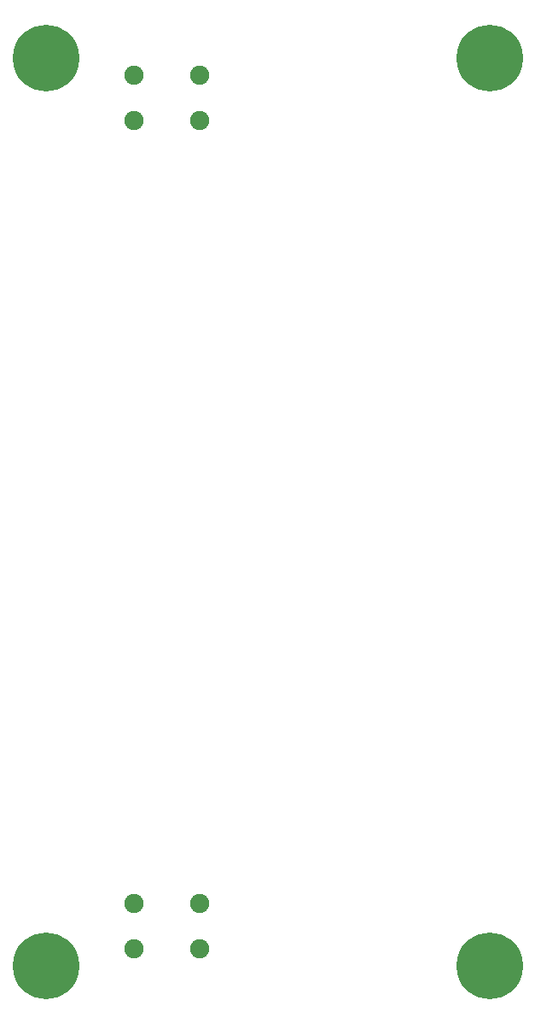
<source format=gbr>
%TF.GenerationSoftware,Altium Limited,Altium Designer,22.5.1 (42)*%
G04 Layer_Color=8388736*
%FSLAX45Y45*%
%MOMM*%
%TF.SameCoordinates,2641221E-3FAC-4475-AA3C-923D0AF84551*%
%TF.FilePolarity,Negative*%
%TF.FileFunction,Soldermask,Top*%
%TF.Part,Single*%
G01*
G75*
%TA.AperFunction,ComponentPad*%
%ADD44C,1.90000*%
%TA.AperFunction,WasherPad*%
%ADD45C,6.60000*%
D44*
X-1325000Y-3875000D02*
D03*
X-675000D02*
D03*
X-1325000Y-4325000D02*
D03*
X-675000D02*
D03*
X-1325000Y4325000D02*
D03*
X-675000D02*
D03*
X-1325000Y3875000D02*
D03*
X-675000D02*
D03*
D45*
X-2200001Y4500501D02*
D03*
X2199999D02*
D03*
Y-4499499D02*
D03*
X-2200001D02*
D03*
%TF.MD5,564cb6aab0f9a4cbae17672d129e4aa5*%
M02*

</source>
